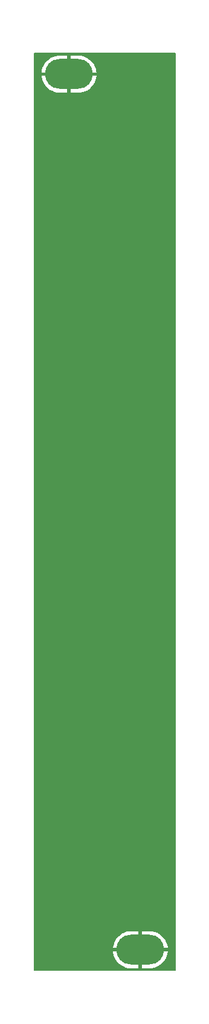
<source format=gbl>
G04 #@! TF.GenerationSoftware,KiCad,Pcbnew,7.0.5.1-1-g8f565ef7f0-dirty-deb11*
G04 #@! TF.CreationDate,2023-06-10T10:54:19+00:00*
G04 #@! TF.ProjectId,RP2040-VCO,52503230-3430-42d5-9643-4f2e6b696361,rev?*
G04 #@! TF.SameCoordinates,Original*
G04 #@! TF.FileFunction,Copper,L2,Bot*
G04 #@! TF.FilePolarity,Positive*
%FSLAX46Y46*%
G04 Gerber Fmt 4.6, Leading zero omitted, Abs format (unit mm)*
G04 Created by KiCad (PCBNEW 7.0.5.1-1-g8f565ef7f0-dirty-deb11) date 2023-06-10 10:54:19*
%MOMM*%
%LPD*%
G01*
G04 APERTURE LIST*
G04 #@! TA.AperFunction,ComponentPad*
%ADD10O,6.700000X4.200000*%
G04 #@! TD*
G04 #@! TA.AperFunction,ViaPad*
%ADD11C,8.000000*%
G04 #@! TD*
G04 #@! TA.AperFunction,ViaPad*
%ADD12C,8.500000*%
G04 #@! TD*
G04 #@! TA.AperFunction,ViaPad*
%ADD13C,7.800000*%
G04 #@! TD*
G04 APERTURE END LIST*
D10*
X51084999Y-25899999D03*
X61084999Y-148399999D03*
D11*
X51084999Y-135899999D03*
X61084999Y-135899999D03*
D12*
X56084999Y-58899999D03*
D13*
X61084999Y-121399999D03*
D12*
X56084999Y-79399999D03*
X56084999Y-38399999D03*
X56184999Y-107499999D03*
D11*
X51084999Y-121399999D03*
G04 #@! TA.AperFunction,Conductor*
G36*
X65997499Y-22942112D02*
G01*
X66042886Y-22987499D01*
X66059499Y-23049499D01*
X66059499Y-151250499D01*
X66042886Y-151312499D01*
X65997499Y-151357886D01*
X65935499Y-151374499D01*
X46234499Y-151374499D01*
X46172499Y-151357886D01*
X46127112Y-151312499D01*
X46110499Y-151250499D01*
X46110498Y-148649999D01*
X57247026Y-148649999D01*
X57260886Y-148799575D01*
X57329499Y-149112875D01*
X57436093Y-149415366D01*
X57579053Y-149702469D01*
X57756211Y-149969827D01*
X57964882Y-150213389D01*
X58201894Y-150429454D01*
X58463678Y-150614766D01*
X58746231Y-150766494D01*
X59045306Y-150882357D01*
X59356344Y-150960586D01*
X59674635Y-150999999D01*
X60834999Y-150999999D01*
X60834999Y-148649999D01*
X61334999Y-148649999D01*
X61334999Y-150999999D01*
X62415106Y-150999999D01*
X62655114Y-150985195D01*
X62970381Y-150926262D01*
X63276011Y-150829033D01*
X63567383Y-150694981D01*
X63840062Y-150526146D01*
X64089936Y-150325073D01*
X64313204Y-150094820D01*
X64506484Y-149838875D01*
X64666848Y-149561119D01*
X64791860Y-149265764D01*
X64879631Y-148957281D01*
X64927330Y-148649999D01*
X61334999Y-148649999D01*
X60834999Y-148649999D01*
X57247026Y-148649999D01*
X46110498Y-148649999D01*
X46110498Y-148149998D01*
X57242667Y-148149998D01*
X57242668Y-148149999D01*
X60834999Y-148149999D01*
X60834999Y-145799999D01*
X61334999Y-145799999D01*
X61334999Y-148149999D01*
X64922972Y-148149999D01*
X64922972Y-148149998D01*
X64909111Y-148000422D01*
X64840498Y-147687122D01*
X64733904Y-147384631D01*
X64590944Y-147097528D01*
X64413786Y-146830170D01*
X64205115Y-146586608D01*
X63968103Y-146370543D01*
X63706319Y-146185231D01*
X63423766Y-146033503D01*
X63124691Y-145917640D01*
X62813653Y-145839411D01*
X62495363Y-145799999D01*
X61334999Y-145799999D01*
X60834999Y-145799999D01*
X59754892Y-145799999D01*
X59514883Y-145814802D01*
X59199616Y-145873735D01*
X58893986Y-145970964D01*
X58602614Y-146105016D01*
X58329935Y-146273851D01*
X58080061Y-146474924D01*
X57856793Y-146705177D01*
X57663513Y-146961122D01*
X57503149Y-147238878D01*
X57378137Y-147534233D01*
X57290366Y-147842716D01*
X57242667Y-148149998D01*
X46110498Y-148149998D01*
X46110498Y-146894928D01*
X46110499Y-26149999D01*
X47247026Y-26149999D01*
X47260886Y-26299575D01*
X47329499Y-26612875D01*
X47436093Y-26915366D01*
X47579053Y-27202469D01*
X47756211Y-27469827D01*
X47964882Y-27713389D01*
X48201894Y-27929454D01*
X48463678Y-28114766D01*
X48746231Y-28266494D01*
X49045306Y-28382357D01*
X49356344Y-28460586D01*
X49674635Y-28499999D01*
X50834999Y-28499999D01*
X50834999Y-26149999D01*
X51334999Y-26149999D01*
X51334999Y-28499999D01*
X52415106Y-28499999D01*
X52655114Y-28485195D01*
X52970381Y-28426262D01*
X53276011Y-28329033D01*
X53567383Y-28194981D01*
X53840062Y-28026146D01*
X54089936Y-27825073D01*
X54313204Y-27594820D01*
X54506484Y-27338875D01*
X54666848Y-27061119D01*
X54791860Y-26765764D01*
X54879631Y-26457281D01*
X54927330Y-26149999D01*
X51334999Y-26149999D01*
X50834999Y-26149999D01*
X47247026Y-26149999D01*
X46110499Y-26149999D01*
X46110499Y-25649998D01*
X47242667Y-25649998D01*
X47242668Y-25649999D01*
X50834999Y-25649999D01*
X50834999Y-23299999D01*
X51334999Y-23299999D01*
X51334999Y-25649999D01*
X54922972Y-25649999D01*
X54922972Y-25649998D01*
X54909111Y-25500422D01*
X54840498Y-25187122D01*
X54733904Y-24884631D01*
X54590944Y-24597528D01*
X54413786Y-24330170D01*
X54205115Y-24086608D01*
X53968103Y-23870543D01*
X53706319Y-23685231D01*
X53423766Y-23533503D01*
X53124691Y-23417640D01*
X52813653Y-23339411D01*
X52495363Y-23299999D01*
X51334999Y-23299999D01*
X50834999Y-23299999D01*
X49754892Y-23299999D01*
X49514883Y-23314802D01*
X49199616Y-23373735D01*
X48893986Y-23470964D01*
X48602614Y-23605016D01*
X48329935Y-23773851D01*
X48080061Y-23974924D01*
X47856793Y-24205177D01*
X47663513Y-24461122D01*
X47503149Y-24738878D01*
X47378137Y-25034233D01*
X47290366Y-25342716D01*
X47242667Y-25649998D01*
X46110499Y-25649998D01*
X46110499Y-23049499D01*
X46127112Y-22987499D01*
X46172499Y-22942112D01*
X46234499Y-22925499D01*
X65935499Y-22925499D01*
X65997499Y-22942112D01*
G37*
G04 #@! TD.AperFunction*
M02*

</source>
